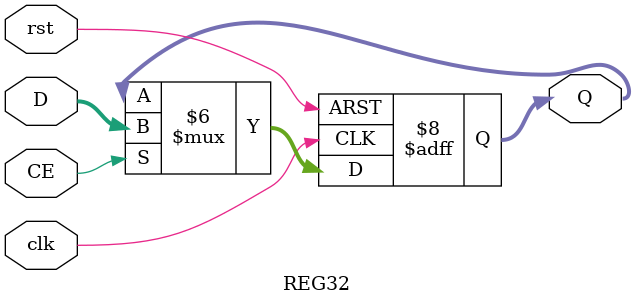
<source format=v>
`timescale 1ns / 1ps
module REG32(input clk,
				input rst,
				input CE,
				input [31:0] D,
				output reg [31:0] Q
    );

	initial begin
		Q <= 32'b0;
	end

	always @(posedge clk or posedge rst)
	begin
		if (rst == 1) Q <= 32'b0;
		else if (CE == 1) Q <= D; else Q <= Q;
	end

endmodule

</source>
